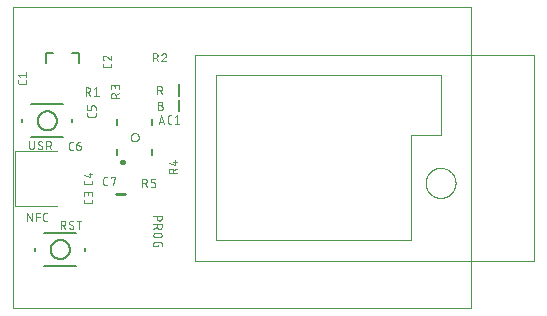
<source format=gto>
G75*
%MOIN*%
%OFA0B0*%
%FSLAX25Y25*%
%IPPOS*%
%LPD*%
%AMOC8*
5,1,8,0,0,1.08239X$1,22.5*
%
%ADD10C,0.00000*%
%ADD11C,0.00400*%
%ADD12C,0.00001*%
%ADD13C,0.01000*%
%ADD14C,0.00800*%
%ADD15C,0.00500*%
%ADD16C,0.00394*%
%ADD17C,0.00197*%
%ADD18C,0.00787*%
%ADD19C,0.00984*%
D10*
X0060646Y0048835D02*
X0060646Y0149228D01*
X0213402Y0149228D01*
X0213402Y0048835D01*
X0060646Y0048835D01*
D11*
X0076539Y0075318D02*
X0076539Y0078068D01*
X0077303Y0078068D01*
X0077358Y0078066D01*
X0077412Y0078060D01*
X0077465Y0078051D01*
X0077518Y0078037D01*
X0077570Y0078020D01*
X0077620Y0077999D01*
X0077669Y0077975D01*
X0077716Y0077947D01*
X0077761Y0077916D01*
X0077803Y0077881D01*
X0077843Y0077844D01*
X0077880Y0077804D01*
X0077915Y0077762D01*
X0077946Y0077717D01*
X0077974Y0077670D01*
X0077998Y0077621D01*
X0078019Y0077571D01*
X0078036Y0077519D01*
X0078050Y0077466D01*
X0078059Y0077413D01*
X0078065Y0077359D01*
X0078067Y0077304D01*
X0078065Y0077249D01*
X0078059Y0077195D01*
X0078050Y0077142D01*
X0078036Y0077089D01*
X0078019Y0077037D01*
X0077998Y0076987D01*
X0077974Y0076938D01*
X0077946Y0076891D01*
X0077915Y0076846D01*
X0077880Y0076804D01*
X0077843Y0076764D01*
X0077803Y0076727D01*
X0077761Y0076692D01*
X0077716Y0076661D01*
X0077669Y0076633D01*
X0077620Y0076609D01*
X0077570Y0076588D01*
X0077518Y0076571D01*
X0077465Y0076557D01*
X0077412Y0076548D01*
X0077358Y0076542D01*
X0077303Y0076540D01*
X0076539Y0076540D01*
X0077456Y0076540D02*
X0078067Y0075318D01*
X0080478Y0076464D02*
X0080517Y0076439D01*
X0080554Y0076412D01*
X0080589Y0076381D01*
X0080621Y0076348D01*
X0080651Y0076313D01*
X0080678Y0076276D01*
X0080702Y0076237D01*
X0080724Y0076196D01*
X0080742Y0076154D01*
X0080757Y0076111D01*
X0080769Y0076066D01*
X0080777Y0076021D01*
X0080782Y0075975D01*
X0080784Y0075929D01*
X0080783Y0075929D02*
X0080781Y0075881D01*
X0080775Y0075833D01*
X0080766Y0075786D01*
X0080753Y0075740D01*
X0080736Y0075695D01*
X0080716Y0075652D01*
X0080693Y0075610D01*
X0080666Y0075570D01*
X0080637Y0075532D01*
X0080604Y0075497D01*
X0080569Y0075464D01*
X0080531Y0075435D01*
X0080491Y0075408D01*
X0080449Y0075385D01*
X0080406Y0075365D01*
X0080361Y0075348D01*
X0080315Y0075335D01*
X0080268Y0075326D01*
X0080220Y0075320D01*
X0080172Y0075318D01*
X0080478Y0076464D02*
X0079638Y0076922D01*
X0079943Y0078068D02*
X0080010Y0078066D01*
X0080077Y0078060D01*
X0080143Y0078050D01*
X0080209Y0078037D01*
X0080273Y0078019D01*
X0080337Y0077998D01*
X0080399Y0077973D01*
X0080460Y0077945D01*
X0080519Y0077913D01*
X0080576Y0077877D01*
X0080631Y0077839D01*
X0079638Y0076922D02*
X0079599Y0076947D01*
X0079562Y0076974D01*
X0079527Y0077005D01*
X0079495Y0077038D01*
X0079465Y0077073D01*
X0079438Y0077110D01*
X0079414Y0077149D01*
X0079392Y0077190D01*
X0079374Y0077232D01*
X0079359Y0077275D01*
X0079347Y0077320D01*
X0079339Y0077365D01*
X0079334Y0077411D01*
X0079332Y0077457D01*
X0079334Y0077505D01*
X0079340Y0077553D01*
X0079349Y0077600D01*
X0079362Y0077646D01*
X0079379Y0077691D01*
X0079399Y0077734D01*
X0079422Y0077776D01*
X0079449Y0077816D01*
X0079478Y0077854D01*
X0079511Y0077889D01*
X0079546Y0077922D01*
X0079584Y0077951D01*
X0079624Y0077978D01*
X0079666Y0078001D01*
X0079709Y0078021D01*
X0079754Y0078038D01*
X0079800Y0078051D01*
X0079847Y0078060D01*
X0079895Y0078066D01*
X0079943Y0078068D01*
X0079255Y0075700D02*
X0079304Y0075653D01*
X0079356Y0075609D01*
X0079410Y0075567D01*
X0079466Y0075528D01*
X0079523Y0075493D01*
X0079583Y0075460D01*
X0079644Y0075431D01*
X0079707Y0075405D01*
X0079771Y0075382D01*
X0079836Y0075362D01*
X0079902Y0075347D01*
X0079969Y0075334D01*
X0080036Y0075325D01*
X0080104Y0075320D01*
X0080172Y0075318D01*
X0082571Y0075318D02*
X0082571Y0078068D01*
X0081807Y0078068D02*
X0083335Y0078068D01*
X0084929Y0083892D02*
X0086457Y0083892D01*
X0086505Y0083894D01*
X0086553Y0083900D01*
X0086600Y0083909D01*
X0086646Y0083922D01*
X0086691Y0083939D01*
X0086734Y0083959D01*
X0086776Y0083982D01*
X0086816Y0084009D01*
X0086854Y0084038D01*
X0086889Y0084071D01*
X0086922Y0084106D01*
X0086951Y0084144D01*
X0086978Y0084184D01*
X0087001Y0084226D01*
X0087021Y0084269D01*
X0087038Y0084314D01*
X0087051Y0084360D01*
X0087060Y0084407D01*
X0087066Y0084455D01*
X0087068Y0084503D01*
X0087068Y0085114D01*
X0087068Y0086265D02*
X0087068Y0087029D01*
X0087066Y0087084D01*
X0087060Y0087138D01*
X0087051Y0087191D01*
X0087037Y0087244D01*
X0087020Y0087296D01*
X0086999Y0087346D01*
X0086975Y0087395D01*
X0086947Y0087442D01*
X0086916Y0087487D01*
X0086881Y0087529D01*
X0086844Y0087569D01*
X0086804Y0087606D01*
X0086762Y0087641D01*
X0086717Y0087672D01*
X0086670Y0087700D01*
X0086621Y0087724D01*
X0086571Y0087745D01*
X0086519Y0087762D01*
X0086466Y0087776D01*
X0086413Y0087785D01*
X0086359Y0087791D01*
X0086304Y0087793D01*
X0086249Y0087791D01*
X0086195Y0087785D01*
X0086142Y0087776D01*
X0086089Y0087762D01*
X0086037Y0087745D01*
X0085987Y0087724D01*
X0085938Y0087700D01*
X0085891Y0087672D01*
X0085846Y0087641D01*
X0085804Y0087606D01*
X0085764Y0087569D01*
X0085727Y0087529D01*
X0085692Y0087487D01*
X0085661Y0087442D01*
X0085633Y0087395D01*
X0085609Y0087346D01*
X0085588Y0087296D01*
X0085571Y0087244D01*
X0085557Y0087191D01*
X0085548Y0087138D01*
X0085542Y0087084D01*
X0085540Y0087029D01*
X0085540Y0087182D02*
X0085540Y0086571D01*
X0085540Y0087182D02*
X0085538Y0087230D01*
X0085532Y0087278D01*
X0085523Y0087325D01*
X0085510Y0087371D01*
X0085493Y0087416D01*
X0085473Y0087459D01*
X0085450Y0087501D01*
X0085423Y0087541D01*
X0085394Y0087579D01*
X0085361Y0087614D01*
X0085326Y0087647D01*
X0085288Y0087676D01*
X0085248Y0087703D01*
X0085206Y0087726D01*
X0085163Y0087746D01*
X0085118Y0087763D01*
X0085072Y0087776D01*
X0085025Y0087785D01*
X0084977Y0087791D01*
X0084929Y0087793D01*
X0084881Y0087791D01*
X0084833Y0087785D01*
X0084786Y0087776D01*
X0084740Y0087763D01*
X0084695Y0087746D01*
X0084652Y0087726D01*
X0084610Y0087703D01*
X0084570Y0087676D01*
X0084532Y0087647D01*
X0084497Y0087614D01*
X0084464Y0087579D01*
X0084435Y0087541D01*
X0084408Y0087501D01*
X0084385Y0087459D01*
X0084365Y0087416D01*
X0084348Y0087371D01*
X0084335Y0087325D01*
X0084326Y0087278D01*
X0084320Y0087230D01*
X0084318Y0087182D01*
X0084318Y0086265D01*
X0084318Y0085114D02*
X0084318Y0084503D01*
X0084320Y0084455D01*
X0084326Y0084407D01*
X0084335Y0084360D01*
X0084348Y0084314D01*
X0084365Y0084269D01*
X0084385Y0084226D01*
X0084408Y0084184D01*
X0084435Y0084144D01*
X0084464Y0084106D01*
X0084497Y0084071D01*
X0084532Y0084038D01*
X0084570Y0084009D01*
X0084610Y0083982D01*
X0084652Y0083959D01*
X0084695Y0083939D01*
X0084740Y0083922D01*
X0084786Y0083909D01*
X0084833Y0083900D01*
X0084881Y0083894D01*
X0084929Y0083892D01*
X0091393Y0089830D02*
X0092004Y0089830D01*
X0091393Y0089830D02*
X0091345Y0089832D01*
X0091297Y0089838D01*
X0091250Y0089847D01*
X0091204Y0089860D01*
X0091159Y0089877D01*
X0091116Y0089897D01*
X0091074Y0089920D01*
X0091034Y0089947D01*
X0090996Y0089976D01*
X0090961Y0090009D01*
X0090928Y0090044D01*
X0090899Y0090082D01*
X0090872Y0090122D01*
X0090849Y0090164D01*
X0090829Y0090207D01*
X0090812Y0090252D01*
X0090799Y0090298D01*
X0090790Y0090345D01*
X0090784Y0090393D01*
X0090782Y0090441D01*
X0090782Y0091969D01*
X0090784Y0092017D01*
X0090790Y0092065D01*
X0090799Y0092112D01*
X0090812Y0092158D01*
X0090829Y0092203D01*
X0090849Y0092246D01*
X0090872Y0092288D01*
X0090899Y0092328D01*
X0090928Y0092366D01*
X0090961Y0092401D01*
X0090996Y0092434D01*
X0091034Y0092463D01*
X0091074Y0092490D01*
X0091116Y0092513D01*
X0091159Y0092533D01*
X0091204Y0092550D01*
X0091250Y0092563D01*
X0091297Y0092572D01*
X0091345Y0092578D01*
X0091393Y0092580D01*
X0092004Y0092580D01*
X0093155Y0092580D02*
X0094682Y0092580D01*
X0093919Y0089830D01*
X0093155Y0092274D02*
X0093155Y0092580D01*
X0087068Y0093634D02*
X0085846Y0093634D01*
X0086457Y0094092D02*
X0086457Y0092564D01*
X0084318Y0093175D01*
X0084318Y0091414D02*
X0084318Y0090803D01*
X0084320Y0090755D01*
X0084326Y0090707D01*
X0084335Y0090660D01*
X0084348Y0090614D01*
X0084365Y0090569D01*
X0084385Y0090526D01*
X0084408Y0090484D01*
X0084435Y0090444D01*
X0084464Y0090406D01*
X0084497Y0090371D01*
X0084532Y0090338D01*
X0084570Y0090309D01*
X0084610Y0090282D01*
X0084652Y0090259D01*
X0084695Y0090239D01*
X0084740Y0090222D01*
X0084786Y0090209D01*
X0084833Y0090200D01*
X0084881Y0090194D01*
X0084929Y0090192D01*
X0086457Y0090192D01*
X0086505Y0090194D01*
X0086553Y0090200D01*
X0086600Y0090209D01*
X0086646Y0090222D01*
X0086691Y0090239D01*
X0086734Y0090259D01*
X0086776Y0090282D01*
X0086816Y0090309D01*
X0086854Y0090338D01*
X0086889Y0090371D01*
X0086922Y0090406D01*
X0086951Y0090444D01*
X0086978Y0090484D01*
X0087001Y0090526D01*
X0087021Y0090569D01*
X0087038Y0090614D01*
X0087051Y0090660D01*
X0087060Y0090707D01*
X0087066Y0090755D01*
X0087068Y0090803D01*
X0087068Y0091414D01*
X0080587Y0101641D02*
X0079976Y0101641D01*
X0079928Y0101643D01*
X0079880Y0101649D01*
X0079833Y0101658D01*
X0079787Y0101671D01*
X0079742Y0101688D01*
X0079699Y0101708D01*
X0079657Y0101731D01*
X0079617Y0101758D01*
X0079579Y0101787D01*
X0079544Y0101820D01*
X0079511Y0101855D01*
X0079482Y0101893D01*
X0079455Y0101933D01*
X0079432Y0101975D01*
X0079412Y0102018D01*
X0079395Y0102063D01*
X0079382Y0102109D01*
X0079373Y0102156D01*
X0079367Y0102204D01*
X0079365Y0102252D01*
X0079365Y0103780D01*
X0079367Y0103828D01*
X0079373Y0103876D01*
X0079382Y0103923D01*
X0079395Y0103969D01*
X0079412Y0104014D01*
X0079432Y0104057D01*
X0079455Y0104099D01*
X0079482Y0104139D01*
X0079511Y0104177D01*
X0079544Y0104212D01*
X0079579Y0104245D01*
X0079617Y0104274D01*
X0079657Y0104301D01*
X0079699Y0104324D01*
X0079742Y0104344D01*
X0079787Y0104361D01*
X0079833Y0104374D01*
X0079880Y0104383D01*
X0079928Y0104389D01*
X0079976Y0104391D01*
X0080587Y0104391D01*
X0081738Y0103169D02*
X0081738Y0102405D01*
X0081737Y0102405D02*
X0081739Y0102350D01*
X0081745Y0102296D01*
X0081754Y0102243D01*
X0081768Y0102190D01*
X0081785Y0102138D01*
X0081806Y0102088D01*
X0081830Y0102039D01*
X0081858Y0101992D01*
X0081889Y0101947D01*
X0081924Y0101905D01*
X0081961Y0101865D01*
X0082001Y0101828D01*
X0082043Y0101793D01*
X0082088Y0101762D01*
X0082135Y0101734D01*
X0082184Y0101710D01*
X0082234Y0101689D01*
X0082286Y0101672D01*
X0082339Y0101658D01*
X0082392Y0101649D01*
X0082446Y0101643D01*
X0082501Y0101641D01*
X0082556Y0101643D01*
X0082610Y0101649D01*
X0082663Y0101658D01*
X0082716Y0101672D01*
X0082768Y0101689D01*
X0082818Y0101710D01*
X0082867Y0101734D01*
X0082914Y0101762D01*
X0082959Y0101793D01*
X0083001Y0101828D01*
X0083041Y0101865D01*
X0083078Y0101905D01*
X0083113Y0101947D01*
X0083144Y0101992D01*
X0083172Y0102039D01*
X0083196Y0102088D01*
X0083217Y0102138D01*
X0083234Y0102190D01*
X0083248Y0102243D01*
X0083257Y0102296D01*
X0083263Y0102350D01*
X0083265Y0102405D01*
X0083265Y0102557D01*
X0083263Y0102605D01*
X0083257Y0102653D01*
X0083248Y0102700D01*
X0083235Y0102746D01*
X0083218Y0102791D01*
X0083198Y0102834D01*
X0083175Y0102876D01*
X0083148Y0102916D01*
X0083119Y0102954D01*
X0083086Y0102989D01*
X0083051Y0103022D01*
X0083013Y0103051D01*
X0082973Y0103078D01*
X0082931Y0103101D01*
X0082888Y0103121D01*
X0082843Y0103138D01*
X0082797Y0103151D01*
X0082750Y0103160D01*
X0082702Y0103166D01*
X0082654Y0103168D01*
X0082654Y0103169D02*
X0081738Y0103169D01*
X0081740Y0103238D01*
X0081746Y0103306D01*
X0081755Y0103374D01*
X0081769Y0103441D01*
X0081786Y0103507D01*
X0081807Y0103573D01*
X0081831Y0103637D01*
X0081859Y0103699D01*
X0081890Y0103760D01*
X0081925Y0103819D01*
X0081963Y0103876D01*
X0082005Y0103931D01*
X0082049Y0103983D01*
X0082096Y0104033D01*
X0082146Y0104080D01*
X0082198Y0104124D01*
X0082253Y0104166D01*
X0082310Y0104204D01*
X0082369Y0104239D01*
X0082430Y0104270D01*
X0082492Y0104298D01*
X0082556Y0104322D01*
X0082622Y0104343D01*
X0082688Y0104360D01*
X0082755Y0104374D01*
X0082823Y0104383D01*
X0082891Y0104389D01*
X0082960Y0104391D01*
X0086016Y0112632D02*
X0087543Y0112632D01*
X0087543Y0112633D02*
X0087591Y0112635D01*
X0087639Y0112641D01*
X0087686Y0112650D01*
X0087732Y0112663D01*
X0087777Y0112680D01*
X0087820Y0112700D01*
X0087862Y0112723D01*
X0087902Y0112750D01*
X0087940Y0112779D01*
X0087975Y0112812D01*
X0088008Y0112847D01*
X0088037Y0112885D01*
X0088064Y0112925D01*
X0088087Y0112967D01*
X0088107Y0113010D01*
X0088124Y0113055D01*
X0088137Y0113101D01*
X0088146Y0113148D01*
X0088152Y0113196D01*
X0088154Y0113244D01*
X0088154Y0113855D01*
X0088154Y0115005D02*
X0088154Y0115922D01*
X0088152Y0115970D01*
X0088146Y0116018D01*
X0088137Y0116065D01*
X0088124Y0116111D01*
X0088107Y0116156D01*
X0088087Y0116199D01*
X0088064Y0116241D01*
X0088037Y0116281D01*
X0088008Y0116319D01*
X0087975Y0116354D01*
X0087940Y0116387D01*
X0087902Y0116416D01*
X0087862Y0116443D01*
X0087820Y0116466D01*
X0087777Y0116486D01*
X0087732Y0116503D01*
X0087686Y0116516D01*
X0087639Y0116525D01*
X0087591Y0116531D01*
X0087543Y0116533D01*
X0087238Y0116533D01*
X0087190Y0116531D01*
X0087142Y0116525D01*
X0087095Y0116516D01*
X0087049Y0116503D01*
X0087004Y0116486D01*
X0086961Y0116466D01*
X0086919Y0116443D01*
X0086879Y0116416D01*
X0086841Y0116387D01*
X0086806Y0116354D01*
X0086773Y0116319D01*
X0086744Y0116281D01*
X0086717Y0116241D01*
X0086694Y0116199D01*
X0086674Y0116156D01*
X0086657Y0116111D01*
X0086644Y0116065D01*
X0086635Y0116018D01*
X0086629Y0115970D01*
X0086627Y0115922D01*
X0086627Y0115005D01*
X0085405Y0115005D01*
X0085405Y0116533D01*
X0084854Y0119751D02*
X0084854Y0122501D01*
X0085618Y0122501D01*
X0085673Y0122499D01*
X0085727Y0122493D01*
X0085780Y0122484D01*
X0085833Y0122470D01*
X0085885Y0122453D01*
X0085935Y0122432D01*
X0085984Y0122408D01*
X0086031Y0122380D01*
X0086076Y0122349D01*
X0086118Y0122314D01*
X0086158Y0122277D01*
X0086195Y0122237D01*
X0086230Y0122195D01*
X0086261Y0122150D01*
X0086289Y0122103D01*
X0086313Y0122054D01*
X0086334Y0122004D01*
X0086351Y0121952D01*
X0086365Y0121899D01*
X0086374Y0121846D01*
X0086380Y0121792D01*
X0086382Y0121737D01*
X0086380Y0121682D01*
X0086374Y0121628D01*
X0086365Y0121575D01*
X0086351Y0121522D01*
X0086334Y0121470D01*
X0086313Y0121420D01*
X0086289Y0121371D01*
X0086261Y0121324D01*
X0086230Y0121279D01*
X0086195Y0121237D01*
X0086158Y0121197D01*
X0086118Y0121160D01*
X0086076Y0121125D01*
X0086031Y0121094D01*
X0085984Y0121066D01*
X0085935Y0121042D01*
X0085885Y0121021D01*
X0085833Y0121004D01*
X0085780Y0120990D01*
X0085727Y0120981D01*
X0085673Y0120975D01*
X0085618Y0120973D01*
X0084854Y0120973D01*
X0085771Y0120973D02*
X0086382Y0119751D01*
X0087665Y0119751D02*
X0089193Y0119751D01*
X0088429Y0119751D02*
X0088429Y0122501D01*
X0087665Y0121890D01*
X0093279Y0121917D02*
X0093279Y0122834D01*
X0093281Y0122882D01*
X0093287Y0122930D01*
X0093296Y0122977D01*
X0093309Y0123023D01*
X0093326Y0123068D01*
X0093346Y0123111D01*
X0093369Y0123153D01*
X0093396Y0123193D01*
X0093425Y0123231D01*
X0093458Y0123266D01*
X0093493Y0123299D01*
X0093531Y0123328D01*
X0093571Y0123355D01*
X0093613Y0123378D01*
X0093656Y0123398D01*
X0093701Y0123415D01*
X0093747Y0123428D01*
X0093794Y0123437D01*
X0093842Y0123443D01*
X0093890Y0123445D01*
X0093938Y0123443D01*
X0093986Y0123437D01*
X0094033Y0123428D01*
X0094079Y0123415D01*
X0094124Y0123398D01*
X0094167Y0123378D01*
X0094209Y0123355D01*
X0094249Y0123328D01*
X0094287Y0123299D01*
X0094322Y0123266D01*
X0094355Y0123231D01*
X0094384Y0123193D01*
X0094411Y0123153D01*
X0094434Y0123111D01*
X0094454Y0123068D01*
X0094471Y0123023D01*
X0094484Y0122977D01*
X0094493Y0122930D01*
X0094499Y0122882D01*
X0094501Y0122834D01*
X0094501Y0122223D01*
X0094501Y0122681D02*
X0094503Y0122736D01*
X0094509Y0122790D01*
X0094518Y0122843D01*
X0094532Y0122896D01*
X0094549Y0122948D01*
X0094570Y0122998D01*
X0094594Y0123047D01*
X0094622Y0123094D01*
X0094653Y0123139D01*
X0094688Y0123181D01*
X0094725Y0123221D01*
X0094765Y0123258D01*
X0094807Y0123293D01*
X0094852Y0123324D01*
X0094899Y0123352D01*
X0094948Y0123376D01*
X0094998Y0123397D01*
X0095050Y0123414D01*
X0095103Y0123428D01*
X0095156Y0123437D01*
X0095210Y0123443D01*
X0095265Y0123445D01*
X0095320Y0123443D01*
X0095374Y0123437D01*
X0095427Y0123428D01*
X0095480Y0123414D01*
X0095532Y0123397D01*
X0095582Y0123376D01*
X0095631Y0123352D01*
X0095678Y0123324D01*
X0095723Y0123293D01*
X0095765Y0123258D01*
X0095805Y0123221D01*
X0095842Y0123181D01*
X0095877Y0123139D01*
X0095908Y0123094D01*
X0095936Y0123047D01*
X0095960Y0122998D01*
X0095981Y0122948D01*
X0095998Y0122896D01*
X0096012Y0122843D01*
X0096021Y0122790D01*
X0096027Y0122736D01*
X0096029Y0122681D01*
X0096028Y0122681D02*
X0096028Y0121917D01*
X0096028Y0120634D02*
X0094806Y0120023D01*
X0094806Y0119870D02*
X0094806Y0119106D01*
X0094807Y0119870D02*
X0094805Y0119925D01*
X0094799Y0119979D01*
X0094790Y0120032D01*
X0094776Y0120085D01*
X0094759Y0120137D01*
X0094738Y0120187D01*
X0094714Y0120236D01*
X0094686Y0120283D01*
X0094655Y0120328D01*
X0094620Y0120370D01*
X0094583Y0120410D01*
X0094543Y0120447D01*
X0094501Y0120482D01*
X0094456Y0120513D01*
X0094409Y0120541D01*
X0094360Y0120565D01*
X0094310Y0120586D01*
X0094258Y0120603D01*
X0094205Y0120617D01*
X0094152Y0120626D01*
X0094098Y0120632D01*
X0094043Y0120634D01*
X0093988Y0120632D01*
X0093934Y0120626D01*
X0093881Y0120617D01*
X0093828Y0120603D01*
X0093776Y0120586D01*
X0093726Y0120565D01*
X0093677Y0120541D01*
X0093630Y0120513D01*
X0093585Y0120482D01*
X0093543Y0120447D01*
X0093503Y0120410D01*
X0093466Y0120370D01*
X0093431Y0120328D01*
X0093400Y0120283D01*
X0093372Y0120236D01*
X0093348Y0120187D01*
X0093327Y0120137D01*
X0093310Y0120085D01*
X0093296Y0120032D01*
X0093287Y0119979D01*
X0093281Y0119925D01*
X0093279Y0119870D01*
X0093279Y0119106D01*
X0096028Y0119106D01*
X0086016Y0112633D02*
X0085968Y0112635D01*
X0085920Y0112641D01*
X0085873Y0112650D01*
X0085827Y0112663D01*
X0085782Y0112680D01*
X0085739Y0112700D01*
X0085697Y0112723D01*
X0085657Y0112750D01*
X0085619Y0112779D01*
X0085584Y0112812D01*
X0085551Y0112847D01*
X0085522Y0112885D01*
X0085495Y0112925D01*
X0085472Y0112967D01*
X0085452Y0113010D01*
X0085435Y0113055D01*
X0085422Y0113101D01*
X0085413Y0113148D01*
X0085407Y0113196D01*
X0085405Y0113244D01*
X0085405Y0113855D01*
X0072547Y0104635D02*
X0071783Y0104635D01*
X0071783Y0101885D01*
X0071783Y0103107D02*
X0072547Y0103107D01*
X0072700Y0103107D02*
X0073311Y0101885D01*
X0072547Y0103107D02*
X0072602Y0103109D01*
X0072656Y0103115D01*
X0072709Y0103124D01*
X0072762Y0103138D01*
X0072814Y0103155D01*
X0072864Y0103176D01*
X0072913Y0103200D01*
X0072960Y0103228D01*
X0073005Y0103259D01*
X0073047Y0103294D01*
X0073087Y0103331D01*
X0073124Y0103371D01*
X0073159Y0103413D01*
X0073190Y0103458D01*
X0073218Y0103505D01*
X0073242Y0103554D01*
X0073263Y0103604D01*
X0073280Y0103656D01*
X0073294Y0103709D01*
X0073303Y0103762D01*
X0073309Y0103816D01*
X0073311Y0103871D01*
X0073309Y0103926D01*
X0073303Y0103980D01*
X0073294Y0104033D01*
X0073280Y0104086D01*
X0073263Y0104138D01*
X0073242Y0104188D01*
X0073218Y0104237D01*
X0073190Y0104284D01*
X0073159Y0104329D01*
X0073124Y0104371D01*
X0073087Y0104411D01*
X0073047Y0104448D01*
X0073005Y0104483D01*
X0072960Y0104514D01*
X0072913Y0104542D01*
X0072864Y0104566D01*
X0072814Y0104587D01*
X0072762Y0104604D01*
X0072709Y0104618D01*
X0072656Y0104627D01*
X0072602Y0104633D01*
X0072547Y0104635D01*
X0070147Y0103031D02*
X0069307Y0103489D01*
X0069613Y0104635D02*
X0069680Y0104633D01*
X0069747Y0104627D01*
X0069813Y0104617D01*
X0069879Y0104604D01*
X0069943Y0104586D01*
X0070007Y0104565D01*
X0070069Y0104540D01*
X0070130Y0104512D01*
X0070189Y0104480D01*
X0070246Y0104444D01*
X0070301Y0104406D01*
X0069307Y0103489D02*
X0069268Y0103514D01*
X0069231Y0103541D01*
X0069196Y0103572D01*
X0069164Y0103605D01*
X0069134Y0103640D01*
X0069107Y0103677D01*
X0069083Y0103716D01*
X0069061Y0103757D01*
X0069043Y0103799D01*
X0069028Y0103842D01*
X0069016Y0103887D01*
X0069008Y0103932D01*
X0069003Y0103978D01*
X0069001Y0104024D01*
X0069002Y0104024D02*
X0069004Y0104072D01*
X0069010Y0104120D01*
X0069019Y0104167D01*
X0069032Y0104213D01*
X0069049Y0104258D01*
X0069069Y0104301D01*
X0069092Y0104343D01*
X0069119Y0104383D01*
X0069148Y0104421D01*
X0069181Y0104456D01*
X0069216Y0104489D01*
X0069254Y0104518D01*
X0069294Y0104545D01*
X0069336Y0104568D01*
X0069379Y0104588D01*
X0069424Y0104605D01*
X0069470Y0104618D01*
X0069517Y0104627D01*
X0069565Y0104633D01*
X0069613Y0104635D01*
X0068925Y0102267D02*
X0068974Y0102220D01*
X0069026Y0102176D01*
X0069080Y0102134D01*
X0069136Y0102095D01*
X0069193Y0102060D01*
X0069253Y0102027D01*
X0069314Y0101998D01*
X0069377Y0101972D01*
X0069441Y0101949D01*
X0069506Y0101929D01*
X0069572Y0101914D01*
X0069639Y0101901D01*
X0069706Y0101892D01*
X0069774Y0101887D01*
X0069842Y0101885D01*
X0069890Y0101887D01*
X0069938Y0101893D01*
X0069985Y0101902D01*
X0070031Y0101915D01*
X0070076Y0101932D01*
X0070119Y0101952D01*
X0070161Y0101975D01*
X0070201Y0102002D01*
X0070239Y0102031D01*
X0070274Y0102064D01*
X0070307Y0102099D01*
X0070336Y0102137D01*
X0070363Y0102177D01*
X0070386Y0102219D01*
X0070406Y0102262D01*
X0070423Y0102307D01*
X0070436Y0102353D01*
X0070445Y0102400D01*
X0070451Y0102448D01*
X0070453Y0102496D01*
X0070451Y0102542D01*
X0070446Y0102588D01*
X0070438Y0102633D01*
X0070426Y0102678D01*
X0070411Y0102721D01*
X0070393Y0102763D01*
X0070371Y0102804D01*
X0070347Y0102843D01*
X0070320Y0102880D01*
X0070290Y0102915D01*
X0070258Y0102948D01*
X0070223Y0102979D01*
X0070186Y0103006D01*
X0070147Y0103031D01*
X0067618Y0102649D02*
X0067618Y0104635D01*
X0066091Y0104635D02*
X0066091Y0102649D01*
X0066090Y0102649D02*
X0066092Y0102594D01*
X0066098Y0102540D01*
X0066107Y0102487D01*
X0066121Y0102434D01*
X0066138Y0102382D01*
X0066159Y0102332D01*
X0066183Y0102283D01*
X0066211Y0102236D01*
X0066242Y0102191D01*
X0066277Y0102149D01*
X0066314Y0102109D01*
X0066354Y0102072D01*
X0066396Y0102037D01*
X0066441Y0102006D01*
X0066488Y0101978D01*
X0066537Y0101954D01*
X0066587Y0101933D01*
X0066639Y0101916D01*
X0066692Y0101902D01*
X0066745Y0101893D01*
X0066799Y0101887D01*
X0066854Y0101885D01*
X0066909Y0101887D01*
X0066963Y0101893D01*
X0067016Y0101902D01*
X0067069Y0101916D01*
X0067121Y0101933D01*
X0067171Y0101954D01*
X0067220Y0101978D01*
X0067267Y0102006D01*
X0067312Y0102037D01*
X0067354Y0102072D01*
X0067394Y0102109D01*
X0067431Y0102149D01*
X0067466Y0102191D01*
X0067497Y0102236D01*
X0067525Y0102283D01*
X0067549Y0102332D01*
X0067570Y0102382D01*
X0067587Y0102434D01*
X0067601Y0102487D01*
X0067610Y0102540D01*
X0067616Y0102594D01*
X0067618Y0102649D01*
X0064409Y0123656D02*
X0062882Y0123656D01*
X0062834Y0123658D01*
X0062786Y0123664D01*
X0062739Y0123673D01*
X0062693Y0123686D01*
X0062648Y0123703D01*
X0062605Y0123723D01*
X0062563Y0123746D01*
X0062523Y0123773D01*
X0062485Y0123802D01*
X0062450Y0123835D01*
X0062417Y0123870D01*
X0062388Y0123908D01*
X0062361Y0123948D01*
X0062338Y0123990D01*
X0062318Y0124033D01*
X0062301Y0124078D01*
X0062288Y0124124D01*
X0062279Y0124171D01*
X0062273Y0124219D01*
X0062271Y0124267D01*
X0062271Y0124878D01*
X0062882Y0126029D02*
X0062271Y0126793D01*
X0065020Y0126793D01*
X0065020Y0127556D02*
X0065020Y0126029D01*
X0065020Y0124878D02*
X0065020Y0124267D01*
X0065018Y0124219D01*
X0065012Y0124171D01*
X0065003Y0124124D01*
X0064990Y0124078D01*
X0064973Y0124033D01*
X0064953Y0123990D01*
X0064930Y0123948D01*
X0064903Y0123908D01*
X0064874Y0123870D01*
X0064841Y0123835D01*
X0064806Y0123802D01*
X0064768Y0123773D01*
X0064728Y0123746D01*
X0064686Y0123723D01*
X0064643Y0123703D01*
X0064598Y0123686D01*
X0064552Y0123673D01*
X0064505Y0123664D01*
X0064457Y0123658D01*
X0064409Y0123656D01*
X0090523Y0129779D02*
X0090523Y0130390D01*
X0090523Y0129779D02*
X0090525Y0129731D01*
X0090531Y0129683D01*
X0090540Y0129636D01*
X0090553Y0129590D01*
X0090570Y0129545D01*
X0090590Y0129502D01*
X0090613Y0129460D01*
X0090640Y0129420D01*
X0090669Y0129382D01*
X0090702Y0129347D01*
X0090737Y0129314D01*
X0090775Y0129285D01*
X0090815Y0129258D01*
X0090857Y0129235D01*
X0090900Y0129215D01*
X0090945Y0129198D01*
X0090991Y0129185D01*
X0091038Y0129176D01*
X0091086Y0129170D01*
X0091134Y0129168D01*
X0092661Y0129168D01*
X0092709Y0129170D01*
X0092757Y0129176D01*
X0092804Y0129185D01*
X0092850Y0129198D01*
X0092895Y0129215D01*
X0092938Y0129235D01*
X0092980Y0129258D01*
X0093020Y0129285D01*
X0093058Y0129314D01*
X0093093Y0129347D01*
X0093126Y0129382D01*
X0093155Y0129420D01*
X0093182Y0129460D01*
X0093205Y0129502D01*
X0093225Y0129545D01*
X0093242Y0129590D01*
X0093255Y0129636D01*
X0093264Y0129683D01*
X0093270Y0129731D01*
X0093272Y0129779D01*
X0093272Y0130390D01*
X0093272Y0131541D02*
X0093272Y0133068D01*
X0093272Y0131541D02*
X0091745Y0132839D01*
X0090523Y0132381D02*
X0090525Y0132323D01*
X0090531Y0132264D01*
X0090540Y0132207D01*
X0090554Y0132150D01*
X0090571Y0132094D01*
X0090592Y0132039D01*
X0090616Y0131986D01*
X0090644Y0131935D01*
X0090675Y0131886D01*
X0090709Y0131838D01*
X0090747Y0131793D01*
X0090787Y0131751D01*
X0090830Y0131712D01*
X0090876Y0131675D01*
X0090924Y0131641D01*
X0090974Y0131611D01*
X0091025Y0131584D01*
X0091079Y0131561D01*
X0091134Y0131541D01*
X0091744Y0132839D02*
X0091709Y0132874D01*
X0091671Y0132906D01*
X0091631Y0132936D01*
X0091589Y0132963D01*
X0091546Y0132987D01*
X0091501Y0133008D01*
X0091454Y0133026D01*
X0091407Y0133041D01*
X0091358Y0133053D01*
X0091309Y0133061D01*
X0091260Y0133066D01*
X0091210Y0133068D01*
X0091159Y0133066D01*
X0091108Y0133060D01*
X0091057Y0133051D01*
X0091008Y0133037D01*
X0090959Y0133021D01*
X0090912Y0133000D01*
X0090867Y0132976D01*
X0090823Y0132949D01*
X0090782Y0132918D01*
X0090743Y0132885D01*
X0090706Y0132848D01*
X0090673Y0132809D01*
X0090642Y0132768D01*
X0090615Y0132725D01*
X0090591Y0132679D01*
X0090570Y0132632D01*
X0090554Y0132583D01*
X0090540Y0132534D01*
X0090531Y0132483D01*
X0090525Y0132432D01*
X0090523Y0132381D01*
X0107295Y0132391D02*
X0108059Y0132391D01*
X0108212Y0132391D02*
X0108823Y0131169D01*
X0110106Y0131169D02*
X0111405Y0132696D01*
X0110946Y0133918D02*
X0110888Y0133916D01*
X0110829Y0133910D01*
X0110772Y0133901D01*
X0110715Y0133887D01*
X0110659Y0133870D01*
X0110604Y0133849D01*
X0110551Y0133825D01*
X0110500Y0133797D01*
X0110451Y0133766D01*
X0110403Y0133732D01*
X0110358Y0133694D01*
X0110316Y0133654D01*
X0110277Y0133611D01*
X0110240Y0133565D01*
X0110206Y0133517D01*
X0110176Y0133467D01*
X0110149Y0133416D01*
X0110126Y0133362D01*
X0110106Y0133307D01*
X0111405Y0132697D02*
X0111440Y0132732D01*
X0111472Y0132770D01*
X0111502Y0132810D01*
X0111529Y0132852D01*
X0111553Y0132895D01*
X0111574Y0132940D01*
X0111592Y0132987D01*
X0111607Y0133034D01*
X0111619Y0133083D01*
X0111627Y0133132D01*
X0111632Y0133181D01*
X0111634Y0133231D01*
X0111633Y0133231D02*
X0111631Y0133282D01*
X0111625Y0133333D01*
X0111616Y0133384D01*
X0111602Y0133433D01*
X0111586Y0133482D01*
X0111565Y0133529D01*
X0111541Y0133575D01*
X0111514Y0133618D01*
X0111483Y0133659D01*
X0111450Y0133698D01*
X0111413Y0133735D01*
X0111374Y0133768D01*
X0111333Y0133799D01*
X0111290Y0133826D01*
X0111244Y0133850D01*
X0111197Y0133871D01*
X0111148Y0133887D01*
X0111099Y0133901D01*
X0111048Y0133910D01*
X0110997Y0133916D01*
X0110946Y0133918D01*
X0111634Y0131169D02*
X0110106Y0131169D01*
X0107295Y0131169D02*
X0107295Y0133918D01*
X0108059Y0133918D01*
X0108114Y0133916D01*
X0108168Y0133910D01*
X0108221Y0133901D01*
X0108274Y0133887D01*
X0108326Y0133870D01*
X0108376Y0133849D01*
X0108425Y0133825D01*
X0108472Y0133797D01*
X0108517Y0133766D01*
X0108559Y0133731D01*
X0108599Y0133694D01*
X0108636Y0133654D01*
X0108671Y0133612D01*
X0108702Y0133567D01*
X0108730Y0133520D01*
X0108754Y0133471D01*
X0108775Y0133421D01*
X0108792Y0133369D01*
X0108806Y0133316D01*
X0108815Y0133263D01*
X0108821Y0133209D01*
X0108823Y0133154D01*
X0108821Y0133099D01*
X0108815Y0133045D01*
X0108806Y0132992D01*
X0108792Y0132939D01*
X0108775Y0132887D01*
X0108754Y0132837D01*
X0108730Y0132788D01*
X0108702Y0132741D01*
X0108671Y0132696D01*
X0108636Y0132654D01*
X0108599Y0132614D01*
X0108559Y0132577D01*
X0108517Y0132542D01*
X0108472Y0132511D01*
X0108425Y0132483D01*
X0108376Y0132459D01*
X0108326Y0132438D01*
X0108274Y0132421D01*
X0108221Y0132407D01*
X0108168Y0132398D01*
X0108114Y0132392D01*
X0108059Y0132390D01*
X0108796Y0123044D02*
X0109560Y0123044D01*
X0109615Y0123042D01*
X0109669Y0123036D01*
X0109722Y0123027D01*
X0109775Y0123013D01*
X0109827Y0122996D01*
X0109877Y0122975D01*
X0109926Y0122951D01*
X0109973Y0122923D01*
X0110018Y0122892D01*
X0110060Y0122857D01*
X0110100Y0122820D01*
X0110137Y0122780D01*
X0110172Y0122738D01*
X0110203Y0122693D01*
X0110231Y0122646D01*
X0110255Y0122597D01*
X0110276Y0122547D01*
X0110293Y0122495D01*
X0110307Y0122442D01*
X0110316Y0122389D01*
X0110322Y0122335D01*
X0110324Y0122280D01*
X0110322Y0122225D01*
X0110316Y0122171D01*
X0110307Y0122118D01*
X0110293Y0122065D01*
X0110276Y0122013D01*
X0110255Y0121963D01*
X0110231Y0121914D01*
X0110203Y0121867D01*
X0110172Y0121822D01*
X0110137Y0121780D01*
X0110100Y0121740D01*
X0110060Y0121703D01*
X0110018Y0121668D01*
X0109973Y0121637D01*
X0109926Y0121609D01*
X0109877Y0121585D01*
X0109827Y0121564D01*
X0109775Y0121547D01*
X0109722Y0121533D01*
X0109669Y0121524D01*
X0109615Y0121518D01*
X0109560Y0121516D01*
X0109560Y0121517D02*
X0108796Y0121517D01*
X0109713Y0121517D02*
X0110324Y0120294D01*
X0108796Y0120294D02*
X0108796Y0123044D01*
X0109027Y0117763D02*
X0109791Y0117763D01*
X0109839Y0117761D01*
X0109887Y0117755D01*
X0109934Y0117746D01*
X0109980Y0117733D01*
X0110025Y0117716D01*
X0110068Y0117696D01*
X0110110Y0117673D01*
X0110150Y0117646D01*
X0110188Y0117617D01*
X0110223Y0117584D01*
X0110256Y0117549D01*
X0110285Y0117511D01*
X0110312Y0117471D01*
X0110335Y0117429D01*
X0110355Y0117386D01*
X0110372Y0117341D01*
X0110385Y0117295D01*
X0110394Y0117248D01*
X0110400Y0117200D01*
X0110402Y0117152D01*
X0110400Y0117104D01*
X0110394Y0117056D01*
X0110385Y0117009D01*
X0110372Y0116963D01*
X0110355Y0116918D01*
X0110335Y0116875D01*
X0110312Y0116833D01*
X0110285Y0116793D01*
X0110256Y0116755D01*
X0110223Y0116720D01*
X0110188Y0116687D01*
X0110150Y0116658D01*
X0110110Y0116631D01*
X0110068Y0116608D01*
X0110025Y0116588D01*
X0109980Y0116571D01*
X0109934Y0116558D01*
X0109887Y0116549D01*
X0109839Y0116543D01*
X0109791Y0116541D01*
X0109027Y0116541D01*
X0109791Y0116541D02*
X0109846Y0116539D01*
X0109900Y0116533D01*
X0109953Y0116524D01*
X0110006Y0116510D01*
X0110058Y0116493D01*
X0110108Y0116472D01*
X0110157Y0116448D01*
X0110204Y0116420D01*
X0110249Y0116389D01*
X0110291Y0116354D01*
X0110331Y0116317D01*
X0110368Y0116277D01*
X0110403Y0116235D01*
X0110434Y0116190D01*
X0110462Y0116143D01*
X0110486Y0116094D01*
X0110507Y0116044D01*
X0110524Y0115992D01*
X0110538Y0115939D01*
X0110547Y0115886D01*
X0110553Y0115832D01*
X0110555Y0115777D01*
X0110553Y0115722D01*
X0110547Y0115668D01*
X0110538Y0115615D01*
X0110524Y0115562D01*
X0110507Y0115510D01*
X0110486Y0115460D01*
X0110462Y0115411D01*
X0110434Y0115364D01*
X0110403Y0115319D01*
X0110368Y0115277D01*
X0110331Y0115237D01*
X0110291Y0115200D01*
X0110249Y0115165D01*
X0110204Y0115134D01*
X0110157Y0115106D01*
X0110108Y0115082D01*
X0110058Y0115061D01*
X0110006Y0115044D01*
X0109953Y0115030D01*
X0109900Y0115021D01*
X0109846Y0115015D01*
X0109791Y0115013D01*
X0109027Y0115013D01*
X0109027Y0117763D01*
X0110092Y0113202D02*
X0111009Y0110452D01*
X0110780Y0111139D02*
X0109405Y0111139D01*
X0109176Y0110452D02*
X0110092Y0113202D01*
X0112152Y0112591D02*
X0112152Y0111063D01*
X0112154Y0111015D01*
X0112160Y0110967D01*
X0112169Y0110920D01*
X0112182Y0110874D01*
X0112199Y0110829D01*
X0112219Y0110786D01*
X0112242Y0110744D01*
X0112269Y0110704D01*
X0112298Y0110666D01*
X0112331Y0110631D01*
X0112366Y0110598D01*
X0112404Y0110569D01*
X0112444Y0110542D01*
X0112486Y0110519D01*
X0112529Y0110499D01*
X0112574Y0110482D01*
X0112620Y0110469D01*
X0112667Y0110460D01*
X0112715Y0110454D01*
X0112763Y0110452D01*
X0113374Y0110452D01*
X0114525Y0110452D02*
X0116053Y0110452D01*
X0115289Y0110452D02*
X0115289Y0113202D01*
X0114525Y0112591D01*
X0113374Y0113202D02*
X0112763Y0113202D01*
X0112715Y0113200D01*
X0112667Y0113194D01*
X0112620Y0113185D01*
X0112574Y0113172D01*
X0112529Y0113155D01*
X0112486Y0113135D01*
X0112444Y0113112D01*
X0112404Y0113085D01*
X0112366Y0113056D01*
X0112331Y0113023D01*
X0112298Y0112988D01*
X0112269Y0112950D01*
X0112242Y0112910D01*
X0112219Y0112868D01*
X0112199Y0112825D01*
X0112182Y0112780D01*
X0112169Y0112734D01*
X0112160Y0112687D01*
X0112154Y0112639D01*
X0112152Y0112591D01*
X0114709Y0098248D02*
X0114709Y0096720D01*
X0112570Y0097331D01*
X0114098Y0097790D02*
X0115320Y0097790D01*
X0115320Y0095437D02*
X0114098Y0094826D01*
X0114098Y0094673D02*
X0114098Y0093909D01*
X0114098Y0094673D02*
X0114096Y0094728D01*
X0114090Y0094782D01*
X0114081Y0094835D01*
X0114067Y0094888D01*
X0114050Y0094940D01*
X0114029Y0094990D01*
X0114005Y0095039D01*
X0113977Y0095086D01*
X0113946Y0095131D01*
X0113911Y0095173D01*
X0113874Y0095213D01*
X0113834Y0095250D01*
X0113792Y0095285D01*
X0113747Y0095316D01*
X0113700Y0095344D01*
X0113651Y0095368D01*
X0113601Y0095389D01*
X0113549Y0095406D01*
X0113496Y0095420D01*
X0113443Y0095429D01*
X0113389Y0095435D01*
X0113334Y0095437D01*
X0113279Y0095435D01*
X0113225Y0095429D01*
X0113172Y0095420D01*
X0113119Y0095406D01*
X0113067Y0095389D01*
X0113017Y0095368D01*
X0112968Y0095344D01*
X0112921Y0095316D01*
X0112876Y0095285D01*
X0112834Y0095250D01*
X0112794Y0095213D01*
X0112757Y0095173D01*
X0112722Y0095131D01*
X0112691Y0095086D01*
X0112663Y0095039D01*
X0112639Y0094990D01*
X0112618Y0094940D01*
X0112601Y0094888D01*
X0112587Y0094835D01*
X0112578Y0094782D01*
X0112572Y0094728D01*
X0112570Y0094673D01*
X0112570Y0093909D01*
X0115320Y0093909D01*
X0108091Y0092091D02*
X0106563Y0092091D01*
X0106563Y0090869D01*
X0107480Y0090869D01*
X0107528Y0090867D01*
X0107576Y0090861D01*
X0107623Y0090852D01*
X0107669Y0090839D01*
X0107714Y0090822D01*
X0107757Y0090802D01*
X0107799Y0090779D01*
X0107839Y0090752D01*
X0107877Y0090723D01*
X0107912Y0090690D01*
X0107945Y0090655D01*
X0107974Y0090617D01*
X0108001Y0090577D01*
X0108024Y0090535D01*
X0108044Y0090492D01*
X0108061Y0090447D01*
X0108074Y0090401D01*
X0108083Y0090354D01*
X0108089Y0090306D01*
X0108091Y0090258D01*
X0108091Y0089953D01*
X0108089Y0089905D01*
X0108083Y0089857D01*
X0108074Y0089810D01*
X0108061Y0089764D01*
X0108044Y0089719D01*
X0108024Y0089676D01*
X0108001Y0089634D01*
X0107974Y0089594D01*
X0107945Y0089556D01*
X0107912Y0089521D01*
X0107877Y0089488D01*
X0107839Y0089459D01*
X0107799Y0089432D01*
X0107757Y0089409D01*
X0107714Y0089389D01*
X0107669Y0089372D01*
X0107623Y0089359D01*
X0107576Y0089350D01*
X0107528Y0089344D01*
X0107480Y0089342D01*
X0106563Y0089342D01*
X0105280Y0089342D02*
X0104669Y0090564D01*
X0104516Y0090564D02*
X0103752Y0090564D01*
X0104516Y0090564D02*
X0104571Y0090566D01*
X0104625Y0090572D01*
X0104678Y0090581D01*
X0104731Y0090595D01*
X0104783Y0090612D01*
X0104833Y0090633D01*
X0104882Y0090657D01*
X0104929Y0090685D01*
X0104974Y0090716D01*
X0105016Y0090751D01*
X0105056Y0090788D01*
X0105093Y0090828D01*
X0105128Y0090870D01*
X0105159Y0090915D01*
X0105187Y0090962D01*
X0105211Y0091011D01*
X0105232Y0091061D01*
X0105249Y0091113D01*
X0105263Y0091166D01*
X0105272Y0091219D01*
X0105278Y0091273D01*
X0105280Y0091328D01*
X0105278Y0091383D01*
X0105272Y0091437D01*
X0105263Y0091490D01*
X0105249Y0091543D01*
X0105232Y0091595D01*
X0105211Y0091645D01*
X0105187Y0091694D01*
X0105159Y0091741D01*
X0105128Y0091786D01*
X0105093Y0091828D01*
X0105056Y0091868D01*
X0105016Y0091905D01*
X0104974Y0091940D01*
X0104929Y0091971D01*
X0104882Y0091999D01*
X0104833Y0092023D01*
X0104783Y0092044D01*
X0104731Y0092061D01*
X0104678Y0092075D01*
X0104625Y0092084D01*
X0104571Y0092090D01*
X0104516Y0092092D01*
X0104516Y0092091D02*
X0103752Y0092091D01*
X0103752Y0089342D01*
X0107422Y0079638D02*
X0110172Y0079638D01*
X0110172Y0078874D01*
X0110170Y0078819D01*
X0110164Y0078765D01*
X0110155Y0078712D01*
X0110141Y0078659D01*
X0110124Y0078607D01*
X0110103Y0078557D01*
X0110079Y0078508D01*
X0110051Y0078461D01*
X0110020Y0078416D01*
X0109985Y0078374D01*
X0109948Y0078334D01*
X0109908Y0078297D01*
X0109866Y0078262D01*
X0109821Y0078231D01*
X0109774Y0078203D01*
X0109725Y0078179D01*
X0109675Y0078158D01*
X0109623Y0078141D01*
X0109570Y0078127D01*
X0109517Y0078118D01*
X0109463Y0078112D01*
X0109408Y0078110D01*
X0109353Y0078112D01*
X0109299Y0078118D01*
X0109246Y0078127D01*
X0109193Y0078141D01*
X0109141Y0078158D01*
X0109091Y0078179D01*
X0109042Y0078203D01*
X0108995Y0078231D01*
X0108950Y0078262D01*
X0108908Y0078297D01*
X0108868Y0078334D01*
X0108831Y0078374D01*
X0108796Y0078416D01*
X0108765Y0078461D01*
X0108737Y0078508D01*
X0108713Y0078557D01*
X0108692Y0078607D01*
X0108675Y0078659D01*
X0108661Y0078712D01*
X0108652Y0078765D01*
X0108646Y0078819D01*
X0108644Y0078874D01*
X0108644Y0079638D01*
X0108644Y0076834D02*
X0108644Y0076070D01*
X0108644Y0075917D02*
X0107422Y0075306D01*
X0108186Y0074023D02*
X0109408Y0074023D01*
X0109463Y0074021D01*
X0109517Y0074015D01*
X0109570Y0074006D01*
X0109623Y0073992D01*
X0109675Y0073975D01*
X0109725Y0073954D01*
X0109774Y0073930D01*
X0109821Y0073902D01*
X0109866Y0073871D01*
X0109908Y0073836D01*
X0109948Y0073799D01*
X0109985Y0073759D01*
X0110020Y0073717D01*
X0110051Y0073672D01*
X0110079Y0073625D01*
X0110103Y0073576D01*
X0110124Y0073526D01*
X0110141Y0073474D01*
X0110155Y0073421D01*
X0110164Y0073368D01*
X0110170Y0073314D01*
X0110172Y0073259D01*
X0110170Y0073204D01*
X0110164Y0073150D01*
X0110155Y0073097D01*
X0110141Y0073044D01*
X0110124Y0072992D01*
X0110103Y0072942D01*
X0110079Y0072893D01*
X0110051Y0072846D01*
X0110020Y0072801D01*
X0109985Y0072759D01*
X0109948Y0072719D01*
X0109908Y0072682D01*
X0109866Y0072647D01*
X0109821Y0072616D01*
X0109774Y0072588D01*
X0109725Y0072564D01*
X0109675Y0072543D01*
X0109623Y0072526D01*
X0109570Y0072512D01*
X0109517Y0072503D01*
X0109463Y0072497D01*
X0109408Y0072495D01*
X0108186Y0072495D01*
X0108131Y0072497D01*
X0108077Y0072503D01*
X0108024Y0072512D01*
X0107971Y0072526D01*
X0107919Y0072543D01*
X0107869Y0072564D01*
X0107820Y0072588D01*
X0107773Y0072616D01*
X0107728Y0072647D01*
X0107686Y0072682D01*
X0107646Y0072719D01*
X0107609Y0072759D01*
X0107574Y0072801D01*
X0107543Y0072846D01*
X0107515Y0072893D01*
X0107491Y0072942D01*
X0107470Y0072992D01*
X0107453Y0073044D01*
X0107439Y0073097D01*
X0107430Y0073150D01*
X0107424Y0073204D01*
X0107422Y0073259D01*
X0107424Y0073314D01*
X0107430Y0073368D01*
X0107439Y0073421D01*
X0107453Y0073474D01*
X0107470Y0073526D01*
X0107491Y0073576D01*
X0107515Y0073625D01*
X0107543Y0073672D01*
X0107574Y0073717D01*
X0107609Y0073759D01*
X0107646Y0073799D01*
X0107686Y0073836D01*
X0107728Y0073871D01*
X0107773Y0073902D01*
X0107820Y0073930D01*
X0107869Y0073954D01*
X0107919Y0073975D01*
X0107971Y0073992D01*
X0108024Y0074006D01*
X0108077Y0074015D01*
X0108131Y0074021D01*
X0108186Y0074023D01*
X0108033Y0071094D02*
X0109561Y0071094D01*
X0109609Y0071092D01*
X0109657Y0071086D01*
X0109704Y0071077D01*
X0109750Y0071064D01*
X0109795Y0071047D01*
X0109838Y0071027D01*
X0109880Y0071004D01*
X0109920Y0070977D01*
X0109958Y0070948D01*
X0109993Y0070915D01*
X0110026Y0070880D01*
X0110055Y0070842D01*
X0110082Y0070802D01*
X0110105Y0070760D01*
X0110125Y0070717D01*
X0110142Y0070672D01*
X0110155Y0070626D01*
X0110164Y0070579D01*
X0110170Y0070531D01*
X0110172Y0070483D01*
X0110172Y0069566D01*
X0108950Y0069566D02*
X0107422Y0069566D01*
X0107422Y0070483D01*
X0107424Y0070531D01*
X0107430Y0070579D01*
X0107439Y0070626D01*
X0107452Y0070672D01*
X0107469Y0070717D01*
X0107489Y0070760D01*
X0107512Y0070802D01*
X0107539Y0070842D01*
X0107568Y0070880D01*
X0107601Y0070915D01*
X0107636Y0070948D01*
X0107674Y0070977D01*
X0107714Y0071004D01*
X0107756Y0071027D01*
X0107799Y0071047D01*
X0107844Y0071064D01*
X0107890Y0071077D01*
X0107937Y0071086D01*
X0107985Y0071092D01*
X0108033Y0071094D01*
X0108950Y0070024D02*
X0108950Y0069566D01*
X0108644Y0076070D02*
X0108646Y0076015D01*
X0108652Y0075961D01*
X0108661Y0075908D01*
X0108675Y0075855D01*
X0108692Y0075803D01*
X0108713Y0075753D01*
X0108737Y0075704D01*
X0108765Y0075657D01*
X0108796Y0075612D01*
X0108831Y0075570D01*
X0108868Y0075530D01*
X0108908Y0075493D01*
X0108950Y0075458D01*
X0108995Y0075427D01*
X0109042Y0075399D01*
X0109091Y0075375D01*
X0109141Y0075354D01*
X0109193Y0075337D01*
X0109246Y0075323D01*
X0109299Y0075314D01*
X0109353Y0075308D01*
X0109408Y0075306D01*
X0109463Y0075308D01*
X0109517Y0075314D01*
X0109570Y0075323D01*
X0109623Y0075337D01*
X0109675Y0075354D01*
X0109725Y0075375D01*
X0109774Y0075399D01*
X0109821Y0075427D01*
X0109866Y0075458D01*
X0109908Y0075493D01*
X0109948Y0075530D01*
X0109985Y0075570D01*
X0110020Y0075612D01*
X0110051Y0075657D01*
X0110079Y0075704D01*
X0110103Y0075753D01*
X0110124Y0075803D01*
X0110141Y0075855D01*
X0110155Y0075908D01*
X0110164Y0075961D01*
X0110170Y0076015D01*
X0110172Y0076070D01*
X0110172Y0076834D01*
X0107422Y0076834D01*
X0071988Y0077877D02*
X0071377Y0077877D01*
X0071329Y0077879D01*
X0071281Y0077885D01*
X0071234Y0077894D01*
X0071188Y0077907D01*
X0071143Y0077924D01*
X0071100Y0077944D01*
X0071058Y0077967D01*
X0071018Y0077994D01*
X0070980Y0078023D01*
X0070945Y0078056D01*
X0070912Y0078091D01*
X0070883Y0078129D01*
X0070856Y0078169D01*
X0070833Y0078211D01*
X0070813Y0078254D01*
X0070796Y0078299D01*
X0070783Y0078345D01*
X0070774Y0078392D01*
X0070768Y0078440D01*
X0070766Y0078488D01*
X0070766Y0080016D01*
X0070768Y0080064D01*
X0070774Y0080112D01*
X0070783Y0080159D01*
X0070796Y0080205D01*
X0070813Y0080250D01*
X0070833Y0080293D01*
X0070856Y0080335D01*
X0070883Y0080375D01*
X0070912Y0080413D01*
X0070945Y0080448D01*
X0070980Y0080481D01*
X0071018Y0080510D01*
X0071058Y0080537D01*
X0071100Y0080560D01*
X0071143Y0080580D01*
X0071188Y0080597D01*
X0071234Y0080610D01*
X0071281Y0080619D01*
X0071329Y0080625D01*
X0071377Y0080627D01*
X0071988Y0080627D01*
X0069643Y0080627D02*
X0068421Y0080627D01*
X0068421Y0077877D01*
X0066918Y0077877D02*
X0066918Y0080627D01*
X0065390Y0080627D02*
X0066918Y0077877D01*
X0065390Y0077877D02*
X0065390Y0080627D01*
X0068421Y0079405D02*
X0069643Y0079405D01*
D12*
X0121276Y0064583D02*
X0121276Y0133480D01*
X0234268Y0133480D01*
X0234268Y0064583D01*
X0121276Y0064583D01*
X0128224Y0071531D02*
X0128146Y0126531D01*
X0203146Y0126531D01*
X0203146Y0106531D01*
X0193146Y0106531D01*
X0193146Y0071531D01*
X0128224Y0071531D01*
X0198146Y0090685D02*
X0198148Y0090826D01*
X0198154Y0090967D01*
X0198164Y0091107D01*
X0198178Y0091247D01*
X0198196Y0091387D01*
X0198217Y0091526D01*
X0198243Y0091665D01*
X0198272Y0091803D01*
X0198306Y0091939D01*
X0198343Y0092075D01*
X0198384Y0092210D01*
X0198429Y0092344D01*
X0198478Y0092476D01*
X0198530Y0092607D01*
X0198586Y0092736D01*
X0198646Y0092863D01*
X0198709Y0092989D01*
X0198775Y0093113D01*
X0198846Y0093236D01*
X0198919Y0093356D01*
X0198996Y0093474D01*
X0199076Y0093590D01*
X0199160Y0093703D01*
X0199246Y0093814D01*
X0199336Y0093923D01*
X0199429Y0094029D01*
X0199524Y0094132D01*
X0199623Y0094233D01*
X0199724Y0094331D01*
X0199828Y0094426D01*
X0199935Y0094518D01*
X0200044Y0094607D01*
X0200156Y0094692D01*
X0200270Y0094775D01*
X0200386Y0094855D01*
X0200505Y0094931D01*
X0200626Y0095003D01*
X0200748Y0095073D01*
X0200873Y0095138D01*
X0200999Y0095201D01*
X0201127Y0095259D01*
X0201257Y0095314D01*
X0201388Y0095366D01*
X0201521Y0095413D01*
X0201655Y0095457D01*
X0201790Y0095498D01*
X0201926Y0095534D01*
X0202063Y0095566D01*
X0202201Y0095595D01*
X0202339Y0095620D01*
X0202479Y0095640D01*
X0202619Y0095657D01*
X0202759Y0095670D01*
X0202900Y0095679D01*
X0203040Y0095684D01*
X0203181Y0095685D01*
X0203322Y0095682D01*
X0203463Y0095675D01*
X0203603Y0095664D01*
X0203743Y0095649D01*
X0203883Y0095630D01*
X0204022Y0095608D01*
X0204160Y0095581D01*
X0204298Y0095551D01*
X0204434Y0095516D01*
X0204570Y0095478D01*
X0204704Y0095436D01*
X0204838Y0095390D01*
X0204970Y0095341D01*
X0205100Y0095287D01*
X0205229Y0095230D01*
X0205356Y0095170D01*
X0205482Y0095106D01*
X0205605Y0095038D01*
X0205727Y0094967D01*
X0205847Y0094893D01*
X0205964Y0094815D01*
X0206079Y0094734D01*
X0206192Y0094650D01*
X0206303Y0094563D01*
X0206411Y0094472D01*
X0206516Y0094379D01*
X0206619Y0094282D01*
X0206719Y0094183D01*
X0206816Y0094081D01*
X0206910Y0093976D01*
X0207001Y0093869D01*
X0207089Y0093759D01*
X0207174Y0093647D01*
X0207256Y0093532D01*
X0207335Y0093415D01*
X0207410Y0093296D01*
X0207482Y0093175D01*
X0207550Y0093052D01*
X0207615Y0092927D01*
X0207677Y0092800D01*
X0207734Y0092671D01*
X0207789Y0092541D01*
X0207839Y0092410D01*
X0207886Y0092277D01*
X0207929Y0092143D01*
X0207968Y0092007D01*
X0208003Y0091871D01*
X0208035Y0091734D01*
X0208062Y0091596D01*
X0208086Y0091457D01*
X0208106Y0091317D01*
X0208122Y0091177D01*
X0208134Y0091037D01*
X0208142Y0090896D01*
X0208146Y0090755D01*
X0208146Y0090615D01*
X0208142Y0090474D01*
X0208134Y0090333D01*
X0208122Y0090193D01*
X0208106Y0090053D01*
X0208086Y0089913D01*
X0208062Y0089774D01*
X0208035Y0089636D01*
X0208003Y0089499D01*
X0207968Y0089363D01*
X0207929Y0089227D01*
X0207886Y0089093D01*
X0207839Y0088960D01*
X0207789Y0088829D01*
X0207734Y0088699D01*
X0207677Y0088570D01*
X0207615Y0088443D01*
X0207550Y0088318D01*
X0207482Y0088195D01*
X0207410Y0088074D01*
X0207335Y0087955D01*
X0207256Y0087838D01*
X0207174Y0087723D01*
X0207089Y0087611D01*
X0207001Y0087501D01*
X0206910Y0087394D01*
X0206816Y0087289D01*
X0206719Y0087187D01*
X0206619Y0087088D01*
X0206516Y0086991D01*
X0206411Y0086898D01*
X0206303Y0086807D01*
X0206192Y0086720D01*
X0206079Y0086636D01*
X0205964Y0086555D01*
X0205847Y0086477D01*
X0205727Y0086403D01*
X0205605Y0086332D01*
X0205482Y0086264D01*
X0205356Y0086200D01*
X0205229Y0086140D01*
X0205100Y0086083D01*
X0204970Y0086029D01*
X0204838Y0085980D01*
X0204704Y0085934D01*
X0204570Y0085892D01*
X0204434Y0085854D01*
X0204298Y0085819D01*
X0204160Y0085789D01*
X0204022Y0085762D01*
X0203883Y0085740D01*
X0203743Y0085721D01*
X0203603Y0085706D01*
X0203463Y0085695D01*
X0203322Y0085688D01*
X0203181Y0085685D01*
X0203040Y0085686D01*
X0202900Y0085691D01*
X0202759Y0085700D01*
X0202619Y0085713D01*
X0202479Y0085730D01*
X0202339Y0085750D01*
X0202201Y0085775D01*
X0202063Y0085804D01*
X0201926Y0085836D01*
X0201790Y0085872D01*
X0201655Y0085913D01*
X0201521Y0085957D01*
X0201388Y0086004D01*
X0201257Y0086056D01*
X0201127Y0086111D01*
X0200999Y0086169D01*
X0200873Y0086232D01*
X0200748Y0086297D01*
X0200626Y0086367D01*
X0200505Y0086439D01*
X0200386Y0086515D01*
X0200270Y0086595D01*
X0200156Y0086678D01*
X0200044Y0086763D01*
X0199935Y0086852D01*
X0199828Y0086944D01*
X0199724Y0087039D01*
X0199623Y0087137D01*
X0199524Y0087238D01*
X0199429Y0087341D01*
X0199336Y0087447D01*
X0199246Y0087556D01*
X0199160Y0087667D01*
X0199076Y0087780D01*
X0198996Y0087896D01*
X0198919Y0088014D01*
X0198846Y0088134D01*
X0198775Y0088257D01*
X0198709Y0088381D01*
X0198646Y0088507D01*
X0198586Y0088634D01*
X0198530Y0088763D01*
X0198478Y0088894D01*
X0198429Y0089026D01*
X0198384Y0089160D01*
X0198343Y0089295D01*
X0198306Y0089431D01*
X0198272Y0089567D01*
X0198243Y0089705D01*
X0198217Y0089844D01*
X0198196Y0089983D01*
X0198178Y0090123D01*
X0198164Y0090263D01*
X0198154Y0090403D01*
X0198148Y0090544D01*
X0198146Y0090685D01*
D13*
X0097815Y0087035D02*
X0094815Y0087035D01*
D14*
X0081661Y0074031D02*
X0071126Y0074031D01*
X0068126Y0069031D02*
X0068126Y0068008D01*
X0071126Y0063008D02*
X0081661Y0063008D01*
X0084661Y0068008D02*
X0084661Y0069031D01*
X0077331Y0105921D02*
X0066795Y0105921D01*
X0063795Y0110921D02*
X0063795Y0111945D01*
X0066795Y0116945D02*
X0077331Y0116945D01*
X0080331Y0111945D02*
X0080331Y0110921D01*
X0082693Y0130724D02*
X0082693Y0133874D01*
X0080331Y0133874D01*
X0074031Y0133874D02*
X0071669Y0133874D01*
X0071669Y0130724D01*
D15*
X0068894Y0111433D02*
X0068896Y0111545D01*
X0068902Y0111658D01*
X0068912Y0111770D01*
X0068926Y0111881D01*
X0068944Y0111993D01*
X0068966Y0112103D01*
X0068991Y0112212D01*
X0069021Y0112321D01*
X0069054Y0112428D01*
X0069092Y0112534D01*
X0069133Y0112639D01*
X0069177Y0112742D01*
X0069225Y0112844D01*
X0069277Y0112944D01*
X0069333Y0113042D01*
X0069392Y0113138D01*
X0069454Y0113231D01*
X0069519Y0113323D01*
X0069588Y0113412D01*
X0069660Y0113499D01*
X0069735Y0113583D01*
X0069812Y0113664D01*
X0069893Y0113742D01*
X0069976Y0113818D01*
X0070062Y0113890D01*
X0070151Y0113960D01*
X0070241Y0114026D01*
X0070335Y0114089D01*
X0070430Y0114149D01*
X0070527Y0114205D01*
X0070627Y0114258D01*
X0070728Y0114307D01*
X0070831Y0114353D01*
X0070935Y0114395D01*
X0071041Y0114433D01*
X0071148Y0114467D01*
X0071256Y0114498D01*
X0071366Y0114524D01*
X0071476Y0114547D01*
X0071587Y0114566D01*
X0071698Y0114581D01*
X0071810Y0114592D01*
X0071922Y0114599D01*
X0072035Y0114602D01*
X0072147Y0114601D01*
X0072260Y0114596D01*
X0072372Y0114587D01*
X0072484Y0114574D01*
X0072595Y0114557D01*
X0072705Y0114536D01*
X0072815Y0114511D01*
X0072924Y0114483D01*
X0073032Y0114450D01*
X0073138Y0114414D01*
X0073243Y0114374D01*
X0073347Y0114330D01*
X0073449Y0114283D01*
X0073549Y0114232D01*
X0073647Y0114177D01*
X0073744Y0114119D01*
X0073838Y0114058D01*
X0073930Y0113993D01*
X0074020Y0113926D01*
X0074107Y0113855D01*
X0074192Y0113780D01*
X0074274Y0113703D01*
X0074353Y0113624D01*
X0074429Y0113541D01*
X0074503Y0113456D01*
X0074573Y0113368D01*
X0074640Y0113277D01*
X0074704Y0113185D01*
X0074764Y0113090D01*
X0074821Y0112993D01*
X0074875Y0112894D01*
X0074925Y0112793D01*
X0074972Y0112691D01*
X0075014Y0112587D01*
X0075054Y0112482D01*
X0075089Y0112375D01*
X0075120Y0112267D01*
X0075148Y0112158D01*
X0075172Y0112048D01*
X0075192Y0111937D01*
X0075208Y0111826D01*
X0075220Y0111714D01*
X0075228Y0111602D01*
X0075232Y0111489D01*
X0075232Y0111377D01*
X0075228Y0111264D01*
X0075220Y0111152D01*
X0075208Y0111040D01*
X0075192Y0110929D01*
X0075172Y0110818D01*
X0075148Y0110708D01*
X0075120Y0110599D01*
X0075089Y0110491D01*
X0075054Y0110384D01*
X0075014Y0110279D01*
X0074972Y0110175D01*
X0074925Y0110073D01*
X0074875Y0109972D01*
X0074821Y0109873D01*
X0074764Y0109776D01*
X0074704Y0109681D01*
X0074640Y0109589D01*
X0074573Y0109498D01*
X0074503Y0109410D01*
X0074429Y0109325D01*
X0074353Y0109242D01*
X0074274Y0109163D01*
X0074192Y0109086D01*
X0074107Y0109011D01*
X0074020Y0108940D01*
X0073930Y0108873D01*
X0073838Y0108808D01*
X0073744Y0108747D01*
X0073648Y0108689D01*
X0073549Y0108634D01*
X0073449Y0108583D01*
X0073347Y0108536D01*
X0073243Y0108492D01*
X0073138Y0108452D01*
X0073032Y0108416D01*
X0072924Y0108383D01*
X0072815Y0108355D01*
X0072705Y0108330D01*
X0072595Y0108309D01*
X0072484Y0108292D01*
X0072372Y0108279D01*
X0072260Y0108270D01*
X0072147Y0108265D01*
X0072035Y0108264D01*
X0071922Y0108267D01*
X0071810Y0108274D01*
X0071698Y0108285D01*
X0071587Y0108300D01*
X0071476Y0108319D01*
X0071366Y0108342D01*
X0071256Y0108368D01*
X0071148Y0108399D01*
X0071041Y0108433D01*
X0070935Y0108471D01*
X0070831Y0108513D01*
X0070728Y0108559D01*
X0070627Y0108608D01*
X0070527Y0108661D01*
X0070430Y0108717D01*
X0070335Y0108777D01*
X0070241Y0108840D01*
X0070151Y0108906D01*
X0070062Y0108976D01*
X0069976Y0109048D01*
X0069893Y0109124D01*
X0069812Y0109202D01*
X0069735Y0109283D01*
X0069660Y0109367D01*
X0069588Y0109454D01*
X0069519Y0109543D01*
X0069454Y0109635D01*
X0069392Y0109728D01*
X0069333Y0109824D01*
X0069277Y0109922D01*
X0069225Y0110022D01*
X0069177Y0110124D01*
X0069133Y0110227D01*
X0069092Y0110332D01*
X0069054Y0110438D01*
X0069021Y0110545D01*
X0068991Y0110654D01*
X0068966Y0110763D01*
X0068944Y0110873D01*
X0068926Y0110985D01*
X0068912Y0111096D01*
X0068902Y0111208D01*
X0068896Y0111321D01*
X0068894Y0111433D01*
X0116041Y0114513D02*
X0116041Y0118263D01*
X0115810Y0119794D02*
X0115810Y0123544D01*
X0073225Y0068520D02*
X0073227Y0068632D01*
X0073233Y0068745D01*
X0073243Y0068857D01*
X0073257Y0068968D01*
X0073275Y0069080D01*
X0073297Y0069190D01*
X0073322Y0069299D01*
X0073352Y0069408D01*
X0073385Y0069515D01*
X0073423Y0069621D01*
X0073464Y0069726D01*
X0073508Y0069829D01*
X0073556Y0069931D01*
X0073608Y0070031D01*
X0073664Y0070129D01*
X0073723Y0070225D01*
X0073785Y0070318D01*
X0073850Y0070410D01*
X0073919Y0070499D01*
X0073991Y0070586D01*
X0074066Y0070670D01*
X0074143Y0070751D01*
X0074224Y0070829D01*
X0074307Y0070905D01*
X0074393Y0070977D01*
X0074482Y0071047D01*
X0074572Y0071113D01*
X0074666Y0071176D01*
X0074761Y0071236D01*
X0074858Y0071292D01*
X0074958Y0071345D01*
X0075059Y0071394D01*
X0075162Y0071440D01*
X0075266Y0071482D01*
X0075372Y0071520D01*
X0075479Y0071554D01*
X0075587Y0071585D01*
X0075697Y0071611D01*
X0075807Y0071634D01*
X0075918Y0071653D01*
X0076029Y0071668D01*
X0076141Y0071679D01*
X0076253Y0071686D01*
X0076366Y0071689D01*
X0076478Y0071688D01*
X0076591Y0071683D01*
X0076703Y0071674D01*
X0076815Y0071661D01*
X0076926Y0071644D01*
X0077036Y0071623D01*
X0077146Y0071598D01*
X0077255Y0071570D01*
X0077363Y0071537D01*
X0077469Y0071501D01*
X0077574Y0071461D01*
X0077678Y0071417D01*
X0077780Y0071370D01*
X0077880Y0071319D01*
X0077978Y0071264D01*
X0078075Y0071206D01*
X0078169Y0071145D01*
X0078261Y0071080D01*
X0078351Y0071013D01*
X0078438Y0070942D01*
X0078523Y0070867D01*
X0078605Y0070790D01*
X0078684Y0070711D01*
X0078760Y0070628D01*
X0078834Y0070543D01*
X0078904Y0070455D01*
X0078971Y0070364D01*
X0079035Y0070272D01*
X0079095Y0070177D01*
X0079152Y0070080D01*
X0079206Y0069981D01*
X0079256Y0069880D01*
X0079303Y0069778D01*
X0079345Y0069674D01*
X0079385Y0069569D01*
X0079420Y0069462D01*
X0079451Y0069354D01*
X0079479Y0069245D01*
X0079503Y0069135D01*
X0079523Y0069024D01*
X0079539Y0068913D01*
X0079551Y0068801D01*
X0079559Y0068689D01*
X0079563Y0068576D01*
X0079563Y0068464D01*
X0079559Y0068351D01*
X0079551Y0068239D01*
X0079539Y0068127D01*
X0079523Y0068016D01*
X0079503Y0067905D01*
X0079479Y0067795D01*
X0079451Y0067686D01*
X0079420Y0067578D01*
X0079385Y0067471D01*
X0079345Y0067366D01*
X0079303Y0067262D01*
X0079256Y0067160D01*
X0079206Y0067059D01*
X0079152Y0066960D01*
X0079095Y0066863D01*
X0079035Y0066768D01*
X0078971Y0066676D01*
X0078904Y0066585D01*
X0078834Y0066497D01*
X0078760Y0066412D01*
X0078684Y0066329D01*
X0078605Y0066250D01*
X0078523Y0066173D01*
X0078438Y0066098D01*
X0078351Y0066027D01*
X0078261Y0065960D01*
X0078169Y0065895D01*
X0078075Y0065834D01*
X0077979Y0065776D01*
X0077880Y0065721D01*
X0077780Y0065670D01*
X0077678Y0065623D01*
X0077574Y0065579D01*
X0077469Y0065539D01*
X0077363Y0065503D01*
X0077255Y0065470D01*
X0077146Y0065442D01*
X0077036Y0065417D01*
X0076926Y0065396D01*
X0076815Y0065379D01*
X0076703Y0065366D01*
X0076591Y0065357D01*
X0076478Y0065352D01*
X0076366Y0065351D01*
X0076253Y0065354D01*
X0076141Y0065361D01*
X0076029Y0065372D01*
X0075918Y0065387D01*
X0075807Y0065406D01*
X0075697Y0065429D01*
X0075587Y0065455D01*
X0075479Y0065486D01*
X0075372Y0065520D01*
X0075266Y0065558D01*
X0075162Y0065600D01*
X0075059Y0065646D01*
X0074958Y0065695D01*
X0074858Y0065748D01*
X0074761Y0065804D01*
X0074666Y0065864D01*
X0074572Y0065927D01*
X0074482Y0065993D01*
X0074393Y0066063D01*
X0074307Y0066135D01*
X0074224Y0066211D01*
X0074143Y0066289D01*
X0074066Y0066370D01*
X0073991Y0066454D01*
X0073919Y0066541D01*
X0073850Y0066630D01*
X0073785Y0066722D01*
X0073723Y0066815D01*
X0073664Y0066911D01*
X0073608Y0067009D01*
X0073556Y0067109D01*
X0073508Y0067211D01*
X0073464Y0067314D01*
X0073423Y0067419D01*
X0073385Y0067525D01*
X0073352Y0067632D01*
X0073322Y0067741D01*
X0073297Y0067850D01*
X0073275Y0067960D01*
X0073257Y0068072D01*
X0073243Y0068183D01*
X0073233Y0068295D01*
X0073227Y0068408D01*
X0073225Y0068520D01*
D16*
X0075213Y0083087D02*
X0061236Y0083087D01*
X0061236Y0101197D01*
X0075213Y0101197D01*
D17*
X0099819Y0105921D02*
X0099821Y0105995D01*
X0099827Y0106069D01*
X0099837Y0106142D01*
X0099851Y0106215D01*
X0099868Y0106287D01*
X0099890Y0106357D01*
X0099915Y0106427D01*
X0099944Y0106495D01*
X0099977Y0106561D01*
X0100013Y0106626D01*
X0100053Y0106688D01*
X0100095Y0106749D01*
X0100141Y0106807D01*
X0100190Y0106862D01*
X0100242Y0106915D01*
X0100297Y0106965D01*
X0100354Y0107011D01*
X0100414Y0107055D01*
X0100476Y0107095D01*
X0100540Y0107132D01*
X0100606Y0107166D01*
X0100674Y0107196D01*
X0100743Y0107222D01*
X0100814Y0107245D01*
X0100885Y0107263D01*
X0100958Y0107278D01*
X0101031Y0107289D01*
X0101105Y0107296D01*
X0101179Y0107299D01*
X0101252Y0107298D01*
X0101326Y0107293D01*
X0101400Y0107284D01*
X0101473Y0107271D01*
X0101545Y0107254D01*
X0101616Y0107234D01*
X0101686Y0107209D01*
X0101754Y0107181D01*
X0101821Y0107150D01*
X0101886Y0107114D01*
X0101949Y0107076D01*
X0102010Y0107034D01*
X0102069Y0106988D01*
X0102125Y0106940D01*
X0102178Y0106889D01*
X0102228Y0106835D01*
X0102276Y0106778D01*
X0102320Y0106719D01*
X0102362Y0106657D01*
X0102400Y0106594D01*
X0102434Y0106528D01*
X0102465Y0106461D01*
X0102492Y0106392D01*
X0102515Y0106322D01*
X0102535Y0106251D01*
X0102551Y0106178D01*
X0102563Y0106105D01*
X0102571Y0106032D01*
X0102575Y0105958D01*
X0102575Y0105884D01*
X0102571Y0105810D01*
X0102563Y0105737D01*
X0102551Y0105664D01*
X0102535Y0105591D01*
X0102515Y0105520D01*
X0102492Y0105450D01*
X0102465Y0105381D01*
X0102434Y0105314D01*
X0102400Y0105248D01*
X0102362Y0105185D01*
X0102320Y0105123D01*
X0102276Y0105064D01*
X0102228Y0105007D01*
X0102178Y0104953D01*
X0102125Y0104902D01*
X0102069Y0104854D01*
X0102010Y0104808D01*
X0101949Y0104766D01*
X0101886Y0104728D01*
X0101821Y0104692D01*
X0101754Y0104661D01*
X0101686Y0104633D01*
X0101616Y0104608D01*
X0101545Y0104588D01*
X0101473Y0104571D01*
X0101400Y0104558D01*
X0101326Y0104549D01*
X0101252Y0104544D01*
X0101179Y0104543D01*
X0101105Y0104546D01*
X0101031Y0104553D01*
X0100958Y0104564D01*
X0100885Y0104579D01*
X0100814Y0104597D01*
X0100743Y0104620D01*
X0100674Y0104646D01*
X0100606Y0104676D01*
X0100540Y0104710D01*
X0100476Y0104747D01*
X0100414Y0104787D01*
X0100354Y0104831D01*
X0100297Y0104877D01*
X0100242Y0104927D01*
X0100190Y0104980D01*
X0100141Y0105035D01*
X0100095Y0105093D01*
X0100053Y0105154D01*
X0100013Y0105216D01*
X0099977Y0105281D01*
X0099944Y0105347D01*
X0099915Y0105415D01*
X0099890Y0105485D01*
X0099868Y0105555D01*
X0099851Y0105627D01*
X0099837Y0105700D01*
X0099827Y0105773D01*
X0099821Y0105847D01*
X0099819Y0105921D01*
D18*
X0095291Y0101984D02*
X0095291Y0100016D01*
X0095291Y0100016D01*
X0095291Y0100016D01*
X0107102Y0100016D02*
X0107102Y0101984D01*
X0107102Y0100016D02*
X0107102Y0100016D01*
X0107102Y0109858D02*
X0107102Y0111827D01*
X0107102Y0111827D01*
X0095291Y0111827D02*
X0095291Y0109858D01*
X0095291Y0111827D02*
X0095291Y0111827D01*
D19*
X0096768Y0097654D02*
X0096770Y0097698D01*
X0096776Y0097742D01*
X0096786Y0097785D01*
X0096799Y0097827D01*
X0096817Y0097867D01*
X0096838Y0097906D01*
X0096862Y0097943D01*
X0096889Y0097978D01*
X0096920Y0098010D01*
X0096953Y0098039D01*
X0096989Y0098065D01*
X0097027Y0098087D01*
X0097067Y0098106D01*
X0097108Y0098122D01*
X0097151Y0098134D01*
X0097194Y0098142D01*
X0097238Y0098146D01*
X0097282Y0098146D01*
X0097326Y0098142D01*
X0097369Y0098134D01*
X0097412Y0098122D01*
X0097453Y0098106D01*
X0097493Y0098087D01*
X0097531Y0098065D01*
X0097567Y0098039D01*
X0097600Y0098010D01*
X0097631Y0097978D01*
X0097658Y0097943D01*
X0097682Y0097906D01*
X0097703Y0097867D01*
X0097721Y0097827D01*
X0097734Y0097785D01*
X0097744Y0097742D01*
X0097750Y0097698D01*
X0097752Y0097654D01*
X0097750Y0097610D01*
X0097744Y0097566D01*
X0097734Y0097523D01*
X0097721Y0097481D01*
X0097703Y0097441D01*
X0097682Y0097402D01*
X0097658Y0097365D01*
X0097631Y0097330D01*
X0097600Y0097298D01*
X0097567Y0097269D01*
X0097531Y0097243D01*
X0097493Y0097221D01*
X0097453Y0097202D01*
X0097412Y0097186D01*
X0097369Y0097174D01*
X0097326Y0097166D01*
X0097282Y0097162D01*
X0097238Y0097162D01*
X0097194Y0097166D01*
X0097151Y0097174D01*
X0097108Y0097186D01*
X0097067Y0097202D01*
X0097027Y0097221D01*
X0096989Y0097243D01*
X0096953Y0097269D01*
X0096920Y0097298D01*
X0096889Y0097330D01*
X0096862Y0097365D01*
X0096838Y0097402D01*
X0096817Y0097441D01*
X0096799Y0097481D01*
X0096786Y0097523D01*
X0096776Y0097566D01*
X0096770Y0097610D01*
X0096768Y0097654D01*
M02*

</source>
